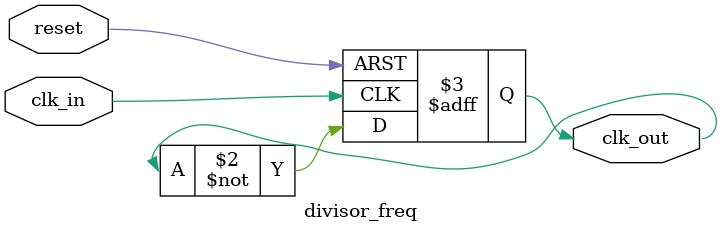
<source format=v>
module divisor_freq (
   input  wire clk_in,
   input  wire reset,
   output reg clk_out
);

   always @(posedge clk_in or posedge reset) begin
      if (reset)
         clk_out <= 1'b0;
      else
         clk_out <= ~clk_out;
   end
	
endmodule
</source>
